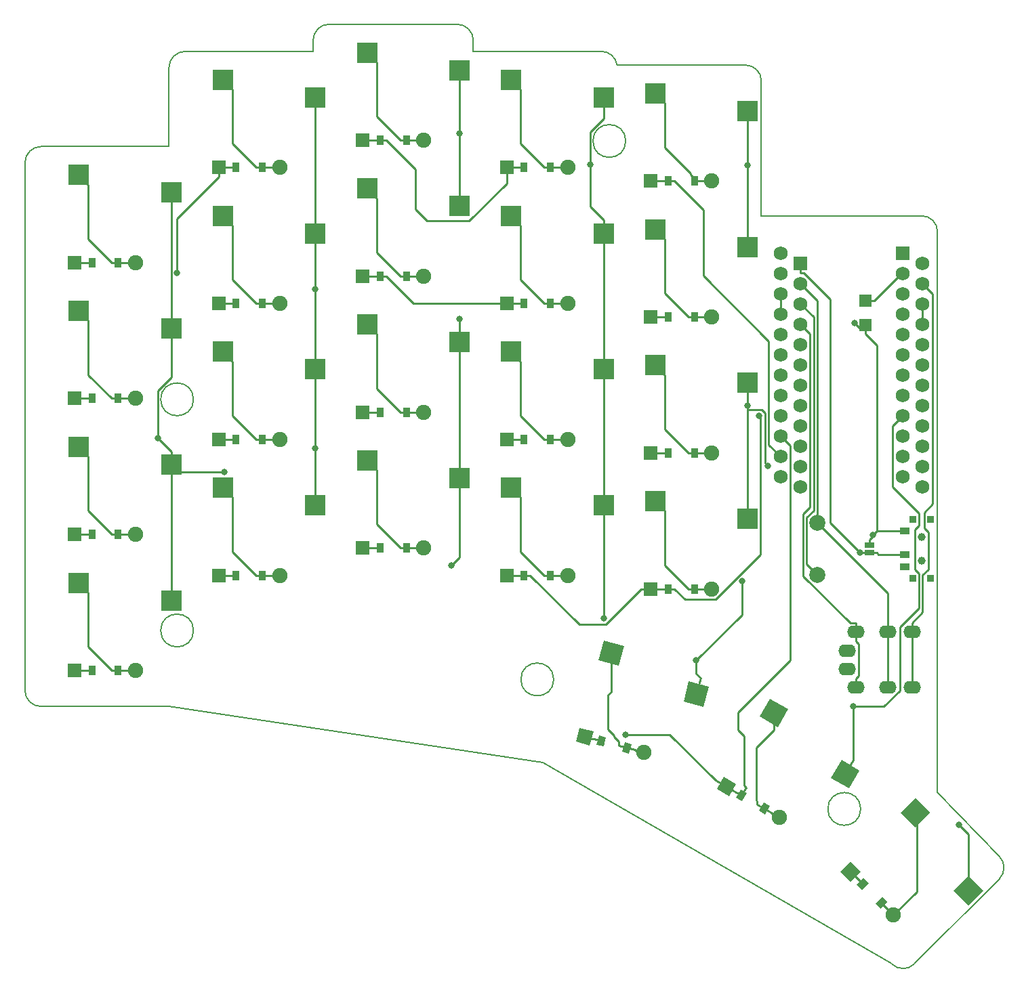
<source format=gbr>
G04 #@! TF.GenerationSoftware,KiCad,Pcbnew,5.1.5+dfsg1-2build2*
G04 #@! TF.CreationDate,2024-05-28T11:23:48+00:00*
G04 #@! TF.ProjectId,board,626f6172-642e-46b6-9963-61645f706362,0.3*
G04 #@! TF.SameCoordinates,Original*
G04 #@! TF.FileFunction,Copper,L2,Bot*
G04 #@! TF.FilePolarity,Positive*
%FSLAX46Y46*%
G04 Gerber Fmt 4.6, Leading zero omitted, Abs format (unit mm)*
G04 Created by KiCad (PCBNEW 5.1.5+dfsg1-2build2) date 2024-05-28 11:23:48*
%MOMM*%
%LPD*%
G04 APERTURE LIST*
G04 #@! TA.AperFunction,Profile*
%ADD10C,0.150000*%
G04 #@! TD*
G04 #@! TA.AperFunction,SMDPad,CuDef*
%ADD11R,2.600000X2.600000*%
G04 #@! TD*
G04 #@! TA.AperFunction,SMDPad,CuDef*
%ADD12C,0.350000*%
G04 #@! TD*
G04 #@! TA.AperFunction,SMDPad,CuDef*
%ADD13R,0.900000X1.200000*%
G04 #@! TD*
G04 #@! TA.AperFunction,ComponentPad*
%ADD14R,1.778000X1.778000*%
G04 #@! TD*
G04 #@! TA.AperFunction,ComponentPad*
%ADD15C,1.905000*%
G04 #@! TD*
G04 #@! TA.AperFunction,ComponentPad*
%ADD16C,0.350000*%
G04 #@! TD*
G04 #@! TA.AperFunction,ComponentPad*
%ADD17R,1.752600X1.752600*%
G04 #@! TD*
G04 #@! TA.AperFunction,ComponentPad*
%ADD18C,1.752600*%
G04 #@! TD*
G04 #@! TA.AperFunction,SMDPad,CuDef*
%ADD19R,1.500000X1.500000*%
G04 #@! TD*
G04 #@! TA.AperFunction,ComponentPad*
%ADD20O,2.200000X1.600000*%
G04 #@! TD*
G04 #@! TA.AperFunction,SMDPad,CuDef*
%ADD21R,1.143000X0.635000*%
G04 #@! TD*
G04 #@! TA.AperFunction,WasherPad*
%ADD22C,1.000000*%
G04 #@! TD*
G04 #@! TA.AperFunction,SMDPad,CuDef*
%ADD23R,1.250000X0.900000*%
G04 #@! TD*
G04 #@! TA.AperFunction,SMDPad,CuDef*
%ADD24R,0.900000X0.900000*%
G04 #@! TD*
G04 #@! TA.AperFunction,ComponentPad*
%ADD25C,2.000000*%
G04 #@! TD*
G04 #@! TA.AperFunction,ViaPad*
%ADD26C,0.800000*%
G04 #@! TD*
G04 #@! TA.AperFunction,Conductor*
%ADD27C,0.250000*%
G04 #@! TD*
G04 APERTURE END LIST*
D10*
X-8000000Y-9500000D02*
X8000000Y-9500000D01*
X-10000000Y-7500000D02*
X-10000000Y58500000D01*
X-8000000Y-9500000D02*
G75*
G02X-10000000Y-7500000I0J2000000D01*
G01*
X8000000Y60500000D02*
X-8000000Y60500000D01*
X-10000000Y58500000D02*
G75*
G02X-8000000Y60500000I2000000J0D01*
G01*
X26000000Y72400000D02*
X10000000Y72400000D01*
X8000000Y70400000D02*
G75*
G02X10000000Y72400000I2000000J0D01*
G01*
X8000000Y70400000D02*
X8000000Y60500000D01*
X46000000Y72400000D02*
X46000000Y73800000D01*
X44000000Y75800000D02*
G75*
G02X46000000Y73800000I0J-2000000D01*
G01*
X44000000Y75800000D02*
X28000000Y75800000D01*
X26000000Y73800000D02*
G75*
G02X28000000Y75800000I2000000J0D01*
G01*
X26000000Y73800000D02*
X26000000Y72400000D01*
X62000000Y72400000D02*
G75*
G02X63977391Y70699872I0J-2000000D01*
G01*
X62000000Y72400000D02*
X46000000Y72400000D01*
X82000000Y51850000D02*
X82000000Y68700000D01*
X80000000Y70700000D02*
G75*
G02X82000000Y68700000I0J-2000000D01*
G01*
X80000000Y70700000D02*
X64000000Y70700000D01*
X63977391Y70699872D02*
G75*
G02X64000000Y70700000I22609J-1999872D01*
G01*
X101117258Y-41686664D02*
G75*
G02X98288831Y-41686665I-1414214J1414213D01*
G01*
X101117258Y-41686665D02*
X111723860Y-31080063D01*
X111723859Y-28251637D02*
G75*
G02X111723859Y-31080063I-1414213J-1414213D01*
G01*
X104000000Y-20208734D02*
X111723860Y-28251636D01*
X98288831Y-41686665D02*
X54707107Y-16524745D01*
X54707107Y-16524745D02*
X8000000Y-9500000D01*
X104000000Y-20208734D02*
X104000000Y49850000D01*
X102000000Y51850000D02*
G75*
G02X104000000Y49850000I0J-2000000D01*
G01*
X102000000Y51850000D02*
X82000000Y51850000D01*
X11050000Y28900000D02*
G75*
G03X11050000Y28900000I-2050000J0D01*
G01*
X11050000Y0D02*
G75*
G03X11050000Y0I-2050000J0D01*
G01*
X65050000Y61200000D02*
G75*
G03X65050000Y61200000I-2050000J0D01*
G01*
X56050000Y-6120000D02*
G75*
G03X56050000Y-6120000I-2050000J0D01*
G01*
X94399134Y-22311939D02*
G75*
G03X94399134Y-22311939I-2050000J0D01*
G01*
D11*
G04 #@! TO.P,S1,1*
G04 #@! TO.N,pinky_bottom*
X-3275000Y5950000D03*
G04 #@! TO.P,S1,2*
G04 #@! TO.N,col_pinky*
X8275000Y3750000D03*
G04 #@! TD*
G04 #@! TO.P,S2,1*
G04 #@! TO.N,pinky_home*
X-3275000Y22950000D03*
G04 #@! TO.P,S2,2*
G04 #@! TO.N,col_pinky*
X8275000Y20750000D03*
G04 #@! TD*
G04 #@! TO.P,S3,1*
G04 #@! TO.N,pinky_top*
X-3275000Y39950000D03*
G04 #@! TO.P,S3,2*
G04 #@! TO.N,col_pinky*
X8275000Y37750000D03*
G04 #@! TD*
G04 #@! TO.P,S4,1*
G04 #@! TO.N,pinky_extra*
X-3275000Y56950000D03*
G04 #@! TO.P,S4,2*
G04 #@! TO.N,col_pinky*
X8275000Y54750000D03*
G04 #@! TD*
G04 #@! TO.P,S5,1*
G04 #@! TO.N,ring_bottom*
X14725000Y17850000D03*
G04 #@! TO.P,S5,2*
G04 #@! TO.N,col_ring*
X26275000Y15650000D03*
G04 #@! TD*
G04 #@! TO.P,S6,1*
G04 #@! TO.N,ring_home*
X14725000Y34850000D03*
G04 #@! TO.P,S6,2*
G04 #@! TO.N,col_ring*
X26275000Y32650000D03*
G04 #@! TD*
G04 #@! TO.P,S7,1*
G04 #@! TO.N,ring_top*
X14725000Y51850000D03*
G04 #@! TO.P,S7,2*
G04 #@! TO.N,col_ring*
X26275000Y49650000D03*
G04 #@! TD*
G04 #@! TO.P,S8,1*
G04 #@! TO.N,ring_extra*
X14725000Y68850000D03*
G04 #@! TO.P,S8,2*
G04 #@! TO.N,col_ring*
X26275000Y66650000D03*
G04 #@! TD*
G04 #@! TO.P,S9,1*
G04 #@! TO.N,middle_bottom*
X32725000Y21250000D03*
G04 #@! TO.P,S9,2*
G04 #@! TO.N,col_middle*
X44275000Y19050000D03*
G04 #@! TD*
G04 #@! TO.P,S10,1*
G04 #@! TO.N,middle_home*
X32725000Y38250000D03*
G04 #@! TO.P,S10,2*
G04 #@! TO.N,col_middle*
X44275000Y36050000D03*
G04 #@! TD*
G04 #@! TO.P,S11,1*
G04 #@! TO.N,middle_top*
X32725000Y55250000D03*
G04 #@! TO.P,S11,2*
G04 #@! TO.N,col_middle*
X44275000Y53050000D03*
G04 #@! TD*
G04 #@! TO.P,S12,1*
G04 #@! TO.N,middle_extra*
X32725000Y72250000D03*
G04 #@! TO.P,S12,2*
G04 #@! TO.N,col_middle*
X44275000Y70050000D03*
G04 #@! TD*
G04 #@! TO.P,S13,1*
G04 #@! TO.N,index_bottom*
X50725000Y17850000D03*
G04 #@! TO.P,S13,2*
G04 #@! TO.N,col_index*
X62275000Y15650000D03*
G04 #@! TD*
G04 #@! TO.P,S14,1*
G04 #@! TO.N,index_home*
X50725000Y34850000D03*
G04 #@! TO.P,S14,2*
G04 #@! TO.N,col_index*
X62275000Y32650000D03*
G04 #@! TD*
G04 #@! TO.P,S15,1*
G04 #@! TO.N,index_top*
X50725000Y51850000D03*
G04 #@! TO.P,S15,2*
G04 #@! TO.N,col_index*
X62275000Y49650000D03*
G04 #@! TD*
G04 #@! TO.P,S16,1*
G04 #@! TO.N,index_extra*
X50725000Y68850000D03*
G04 #@! TO.P,S16,2*
G04 #@! TO.N,col_index*
X62275000Y66650000D03*
G04 #@! TD*
G04 #@! TO.P,S17,1*
G04 #@! TO.N,inner_bottom*
X68725000Y16150000D03*
G04 #@! TO.P,S17,2*
G04 #@! TO.N,col_inner*
X80275000Y13950000D03*
G04 #@! TD*
G04 #@! TO.P,S18,1*
G04 #@! TO.N,inner_home*
X68725000Y33150000D03*
G04 #@! TO.P,S18,2*
G04 #@! TO.N,col_inner*
X80275000Y30950000D03*
G04 #@! TD*
G04 #@! TO.P,S19,1*
G04 #@! TO.N,inner_top*
X68725000Y50150000D03*
G04 #@! TO.P,S19,2*
G04 #@! TO.N,col_inner*
X80275000Y47950000D03*
G04 #@! TD*
G04 #@! TO.P,S20,1*
G04 #@! TO.N,inner_extra*
X68725000Y67150000D03*
G04 #@! TO.P,S20,2*
G04 #@! TO.N,col_inner*
X80275000Y64950000D03*
G04 #@! TD*
G04 #@! TA.AperFunction,SMDPad,CuDef*
D12*
G04 #@! TO.P,S21,1*
G04 #@! TO.N,near_thumb*
G36*
X61677698Y-3743348D02*
G01*
X62350627Y-1231941D01*
X64862034Y-1904870D01*
X64189105Y-4416277D01*
X61677698Y-3743348D01*
G37*
G04 #@! TD.AperFunction*
G04 #@! TA.AperFunction,SMDPad,CuDef*
G04 #@! TO.P,S21,2*
G04 #@! TO.N,col_middle*
G36*
X72264740Y-8857745D02*
G01*
X72937669Y-6346338D01*
X75449076Y-7019267D01*
X74776147Y-9530674D01*
X72264740Y-8857745D01*
G37*
G04 #@! TD.AperFunction*
G04 #@! TD*
G04 #@! TA.AperFunction,SMDPad,CuDef*
G04 #@! TO.P,S22,1*
G04 #@! TO.N,home_thumb*
G36*
X81793834Y-10782982D02*
G01*
X83093834Y-8531316D01*
X85345500Y-9831316D01*
X84045500Y-12082982D01*
X81793834Y-10782982D01*
G37*
G04 #@! TD.AperFunction*
G04 #@! TA.AperFunction,SMDPad,CuDef*
G04 #@! TO.P,S22,2*
G04 #@! TO.N,col_index*
G36*
X90696427Y-18463238D02*
G01*
X91996427Y-16211572D01*
X94248093Y-17511572D01*
X92948093Y-19763238D01*
X90696427Y-18463238D01*
G37*
G04 #@! TD.AperFunction*
G04 #@! TD*
G04 #@! TA.AperFunction,SMDPad,CuDef*
G04 #@! TO.P,S23,1*
G04 #@! TO.N,far_thumb*
G36*
X99402533Y-22789240D02*
G01*
X101241011Y-20950762D01*
X103079489Y-22789240D01*
X101241011Y-24627718D01*
X99402533Y-22789240D01*
G37*
G04 #@! TD.AperFunction*
G04 #@! TA.AperFunction,SMDPad,CuDef*
G04 #@! TO.P,S23,2*
G04 #@! TO.N,col_inner*
G36*
X106013981Y-32511958D02*
G01*
X107852459Y-30673480D01*
X109690937Y-32511958D01*
X107852459Y-34350436D01*
X106013981Y-32511958D01*
G37*
G04 #@! TD.AperFunction*
G04 #@! TD*
D13*
G04 #@! TO.P,D1,2*
G04 #@! TO.N,pinky_bottom*
X1650000Y-5000000D03*
G04 #@! TO.P,D1,1*
G04 #@! TO.N,row_bottom*
X-1650000Y-5000000D03*
D14*
X-3810000Y-5000000D03*
D15*
G04 #@! TO.P,D1,2*
G04 #@! TO.N,pinky_bottom*
X3810000Y-5000000D03*
G04 #@! TD*
D13*
G04 #@! TO.P,D2,2*
G04 #@! TO.N,pinky_home*
X1650000Y12000000D03*
G04 #@! TO.P,D2,1*
G04 #@! TO.N,row_home*
X-1650000Y12000000D03*
D14*
X-3810000Y12000000D03*
D15*
G04 #@! TO.P,D2,2*
G04 #@! TO.N,pinky_home*
X3810000Y12000000D03*
G04 #@! TD*
D13*
G04 #@! TO.P,D3,2*
G04 #@! TO.N,pinky_top*
X1650000Y29000000D03*
G04 #@! TO.P,D3,1*
G04 #@! TO.N,row_top*
X-1650000Y29000000D03*
D14*
X-3810000Y29000000D03*
D15*
G04 #@! TO.P,D3,2*
G04 #@! TO.N,pinky_top*
X3810000Y29000000D03*
G04 #@! TD*
D13*
G04 #@! TO.P,D4,2*
G04 #@! TO.N,pinky_extra*
X1650000Y46000000D03*
G04 #@! TO.P,D4,1*
G04 #@! TO.N,row_extra*
X-1650000Y46000000D03*
D14*
X-3810000Y46000000D03*
D15*
G04 #@! TO.P,D4,2*
G04 #@! TO.N,pinky_extra*
X3810000Y46000000D03*
G04 #@! TD*
D13*
G04 #@! TO.P,D5,2*
G04 #@! TO.N,ring_bottom*
X19650000Y6900000D03*
G04 #@! TO.P,D5,1*
G04 #@! TO.N,row_bottom*
X16350000Y6900000D03*
D14*
X14190000Y6900000D03*
D15*
G04 #@! TO.P,D5,2*
G04 #@! TO.N,ring_bottom*
X21810000Y6900000D03*
G04 #@! TD*
D13*
G04 #@! TO.P,D6,2*
G04 #@! TO.N,ring_home*
X19650000Y23900000D03*
G04 #@! TO.P,D6,1*
G04 #@! TO.N,row_home*
X16350000Y23900000D03*
D14*
X14190000Y23900000D03*
D15*
G04 #@! TO.P,D6,2*
G04 #@! TO.N,ring_home*
X21810000Y23900000D03*
G04 #@! TD*
D13*
G04 #@! TO.P,D7,2*
G04 #@! TO.N,ring_top*
X19650000Y40900000D03*
G04 #@! TO.P,D7,1*
G04 #@! TO.N,row_top*
X16350000Y40900000D03*
D14*
X14190000Y40900000D03*
D15*
G04 #@! TO.P,D7,2*
G04 #@! TO.N,ring_top*
X21810000Y40900000D03*
G04 #@! TD*
D13*
G04 #@! TO.P,D8,2*
G04 #@! TO.N,ring_extra*
X19650000Y57900000D03*
G04 #@! TO.P,D8,1*
G04 #@! TO.N,row_extra*
X16350000Y57900000D03*
D14*
X14190000Y57900000D03*
D15*
G04 #@! TO.P,D8,2*
G04 #@! TO.N,ring_extra*
X21810000Y57900000D03*
G04 #@! TD*
D13*
G04 #@! TO.P,D9,2*
G04 #@! TO.N,middle_bottom*
X37650000Y10300000D03*
G04 #@! TO.P,D9,1*
G04 #@! TO.N,row_bottom*
X34350000Y10300000D03*
D14*
X32190000Y10300000D03*
D15*
G04 #@! TO.P,D9,2*
G04 #@! TO.N,middle_bottom*
X39810000Y10300000D03*
G04 #@! TD*
D13*
G04 #@! TO.P,D10,2*
G04 #@! TO.N,middle_home*
X37650000Y27300000D03*
G04 #@! TO.P,D10,1*
G04 #@! TO.N,row_home*
X34350000Y27300000D03*
D14*
X32190000Y27300000D03*
D15*
G04 #@! TO.P,D10,2*
G04 #@! TO.N,middle_home*
X39810000Y27300000D03*
G04 #@! TD*
D13*
G04 #@! TO.P,D11,2*
G04 #@! TO.N,middle_top*
X37650000Y44300000D03*
G04 #@! TO.P,D11,1*
G04 #@! TO.N,row_top*
X34350000Y44300000D03*
D14*
X32190000Y44300000D03*
D15*
G04 #@! TO.P,D11,2*
G04 #@! TO.N,middle_top*
X39810000Y44300000D03*
G04 #@! TD*
D13*
G04 #@! TO.P,D12,2*
G04 #@! TO.N,middle_extra*
X37650000Y61300000D03*
G04 #@! TO.P,D12,1*
G04 #@! TO.N,row_extra*
X34350000Y61300000D03*
D14*
X32190000Y61300000D03*
D15*
G04 #@! TO.P,D12,2*
G04 #@! TO.N,middle_extra*
X39810000Y61300000D03*
G04 #@! TD*
D13*
G04 #@! TO.P,D13,2*
G04 #@! TO.N,index_bottom*
X55650000Y6900000D03*
G04 #@! TO.P,D13,1*
G04 #@! TO.N,row_bottom*
X52350000Y6900000D03*
D14*
X50190000Y6900000D03*
D15*
G04 #@! TO.P,D13,2*
G04 #@! TO.N,index_bottom*
X57810000Y6900000D03*
G04 #@! TD*
D13*
G04 #@! TO.P,D14,2*
G04 #@! TO.N,index_home*
X55650000Y23900000D03*
G04 #@! TO.P,D14,1*
G04 #@! TO.N,row_home*
X52350000Y23900000D03*
D14*
X50190000Y23900000D03*
D15*
G04 #@! TO.P,D14,2*
G04 #@! TO.N,index_home*
X57810000Y23900000D03*
G04 #@! TD*
D13*
G04 #@! TO.P,D15,2*
G04 #@! TO.N,index_top*
X55650000Y40900000D03*
G04 #@! TO.P,D15,1*
G04 #@! TO.N,row_top*
X52350000Y40900000D03*
D14*
X50190000Y40900000D03*
D15*
G04 #@! TO.P,D15,2*
G04 #@! TO.N,index_top*
X57810000Y40900000D03*
G04 #@! TD*
D13*
G04 #@! TO.P,D16,2*
G04 #@! TO.N,index_extra*
X55650000Y57900000D03*
G04 #@! TO.P,D16,1*
G04 #@! TO.N,row_extra*
X52350000Y57900000D03*
D14*
X50190000Y57900000D03*
D15*
G04 #@! TO.P,D16,2*
G04 #@! TO.N,index_extra*
X57810000Y57900000D03*
G04 #@! TD*
D13*
G04 #@! TO.P,D17,2*
G04 #@! TO.N,inner_bottom*
X73650000Y5200000D03*
G04 #@! TO.P,D17,1*
G04 #@! TO.N,row_bottom*
X70350000Y5200000D03*
D14*
X68190000Y5200000D03*
D15*
G04 #@! TO.P,D17,2*
G04 #@! TO.N,inner_bottom*
X75810000Y5200000D03*
G04 #@! TD*
D13*
G04 #@! TO.P,D18,2*
G04 #@! TO.N,inner_home*
X73650000Y22200000D03*
G04 #@! TO.P,D18,1*
G04 #@! TO.N,row_home*
X70350000Y22200000D03*
D14*
X68190000Y22200000D03*
D15*
G04 #@! TO.P,D18,2*
G04 #@! TO.N,inner_home*
X75810000Y22200000D03*
G04 #@! TD*
D13*
G04 #@! TO.P,D19,2*
G04 #@! TO.N,inner_top*
X73650000Y39200000D03*
G04 #@! TO.P,D19,1*
G04 #@! TO.N,row_top*
X70350000Y39200000D03*
D14*
X68190000Y39200000D03*
D15*
G04 #@! TO.P,D19,2*
G04 #@! TO.N,inner_top*
X75810000Y39200000D03*
G04 #@! TD*
D13*
G04 #@! TO.P,D20,2*
G04 #@! TO.N,inner_extra*
X73650000Y56200000D03*
G04 #@! TO.P,D20,1*
G04 #@! TO.N,row_extra*
X70350000Y56200000D03*
D14*
X68190000Y56200000D03*
D15*
G04 #@! TO.P,D20,2*
G04 #@! TO.N,inner_extra*
X75810000Y56200000D03*
G04 #@! TD*
G04 #@! TA.AperFunction,SMDPad,CuDef*
D12*
G04 #@! TO.P,D21,2*
G04 #@! TO.N,near_thumb*
G36*
X64603020Y-15138737D02*
G01*
X64913603Y-13979626D01*
X65782936Y-14212563D01*
X65472353Y-15371674D01*
X64603020Y-15138737D01*
G37*
G04 #@! TD.AperFunction*
G04 #@! TA.AperFunction,SMDPad,CuDef*
G04 #@! TO.P,D21,1*
G04 #@! TO.N,row_thumb*
G36*
X61415464Y-14284637D02*
G01*
X61726047Y-13125526D01*
X62595380Y-13358463D01*
X62284797Y-14517574D01*
X61415464Y-14284637D01*
G37*
G04 #@! TD.AperFunction*
G04 #@! TA.AperFunction,ComponentPad*
D16*
G36*
X58830225Y-13891116D02*
G01*
X59290405Y-12173700D01*
X61007821Y-12633880D01*
X60547641Y-14351296D01*
X58830225Y-13891116D01*
G37*
G04 #@! TD.AperFunction*
D15*
G04 #@! TO.P,D21,2*
G04 #@! TO.N,near_thumb*
X67279377Y-15234702D03*
G04 #@! TD*
G04 #@! TA.AperFunction,SMDPad,CuDef*
D12*
G04 #@! TO.P,D22,2*
G04 #@! TO.N,home_thumb*
G36*
X81670131Y-22547315D02*
G01*
X82270131Y-21508085D01*
X83049553Y-21958085D01*
X82449553Y-22997315D01*
X81670131Y-22547315D01*
G37*
G04 #@! TD.AperFunction*
G04 #@! TA.AperFunction,SMDPad,CuDef*
G04 #@! TO.P,D22,1*
G04 #@! TO.N,row_thumb*
G36*
X78812247Y-20897315D02*
G01*
X79412247Y-19858085D01*
X80191669Y-20308085D01*
X79591669Y-21347315D01*
X78812247Y-20897315D01*
G37*
G04 #@! TD.AperFunction*
G04 #@! TA.AperFunction,ComponentPad*
D16*
G36*
X76416946Y-19848097D02*
G01*
X77305946Y-18308303D01*
X78845740Y-19197303D01*
X77956740Y-20737097D01*
X76416946Y-19848097D01*
G37*
G04 #@! TD.AperFunction*
D15*
G04 #@! TO.P,D22,2*
G04 #@! TO.N,home_thumb*
X84230457Y-23332700D03*
G04 #@! TD*
G04 #@! TA.AperFunction,SMDPad,CuDef*
D12*
G04 #@! TO.P,D23,2*
G04 #@! TO.N,far_thumb*
G36*
X96238264Y-34120592D02*
G01*
X97086792Y-33272064D01*
X97723188Y-33908460D01*
X96874660Y-34756988D01*
X96238264Y-34120592D01*
G37*
G04 #@! TD.AperFunction*
G04 #@! TA.AperFunction,SMDPad,CuDef*
G04 #@! TO.P,D23,1*
G04 #@! TO.N,row_thumb*
G36*
X93904812Y-31787140D02*
G01*
X94753340Y-30938612D01*
X95389736Y-31575008D01*
X94541208Y-32423536D01*
X93904812Y-31787140D01*
G37*
G04 #@! TD.AperFunction*
G04 #@! TA.AperFunction,ComponentPad*
D16*
G36*
X91862687Y-30153723D02*
G01*
X93119923Y-28896487D01*
X94377159Y-30153723D01*
X93119923Y-31410959D01*
X91862687Y-30153723D01*
G37*
G04 #@! TD.AperFunction*
D15*
G04 #@! TO.P,D23,2*
G04 #@! TO.N,far_thumb*
X98508077Y-35541877D03*
G04 #@! TD*
D17*
G04 #@! TO.P,MCU1,1*
G04 #@! TO.N,RAW*
X99620000Y47170000D03*
D18*
G04 #@! TO.P,MCU1,2*
G04 #@! TO.N,GND*
X99620000Y44630000D03*
G04 #@! TO.P,MCU1,3*
G04 #@! TO.N,RST*
X99620000Y42090000D03*
G04 #@! TO.P,MCU1,4*
G04 #@! TO.N,VCC*
X99620000Y39550000D03*
G04 #@! TO.P,MCU1,5*
G04 #@! TO.N,P21*
X99620000Y37010000D03*
G04 #@! TO.P,MCU1,6*
G04 #@! TO.N,col_pinky*
X99620000Y34470000D03*
G04 #@! TO.P,MCU1,7*
G04 #@! TO.N,col_ring*
X99620000Y31930000D03*
G04 #@! TO.P,MCU1,8*
G04 #@! TO.N,col_middle*
X99620000Y29390000D03*
G04 #@! TO.P,MCU1,9*
G04 #@! TO.N,col_index*
X99620000Y26850000D03*
G04 #@! TO.P,MCU1,10*
G04 #@! TO.N,col_inner*
X99620000Y24310000D03*
G04 #@! TO.P,MCU1,11*
G04 #@! TO.N,P16*
X99620000Y21770000D03*
G04 #@! TO.P,MCU1,12*
G04 #@! TO.N,P10*
X99620000Y19230000D03*
G04 #@! TO.P,MCU1,13*
G04 #@! TO.N,P1*
X84380000Y47170000D03*
G04 #@! TO.P,MCU1,14*
G04 #@! TO.N,P0*
X84380000Y44630000D03*
G04 #@! TO.P,MCU1,15*
G04 #@! TO.N,GND*
X84380000Y42090000D03*
G04 #@! TO.P,MCU1,16*
X84380000Y39550000D03*
G04 #@! TO.P,MCU1,17*
G04 #@! TO.N,P2*
X84380000Y37010000D03*
G04 #@! TO.P,MCU1,18*
G04 #@! TO.N,P3*
X84380000Y34470000D03*
G04 #@! TO.P,MCU1,19*
G04 #@! TO.N,row_top*
X84380000Y31930000D03*
G04 #@! TO.P,MCU1,20*
G04 #@! TO.N,row_home*
X84380000Y29390000D03*
G04 #@! TO.P,MCU1,21*
G04 #@! TO.N,row_bottom*
X84380000Y26850000D03*
G04 #@! TO.P,MCU1,22*
G04 #@! TO.N,row_thumb*
X84380000Y24310000D03*
G04 #@! TO.P,MCU1,23*
G04 #@! TO.N,row_extra*
X84380000Y21770000D03*
G04 #@! TO.P,MCU1,24*
G04 #@! TO.N,P9*
X84380000Y19230000D03*
G04 #@! TD*
D17*
G04 #@! TO.P,MCU2,1*
G04 #@! TO.N,RAW*
X86880000Y45920000D03*
D18*
G04 #@! TO.P,MCU2,2*
G04 #@! TO.N,GND*
X86880000Y43380000D03*
G04 #@! TO.P,MCU2,3*
G04 #@! TO.N,RST*
X86880000Y40840000D03*
G04 #@! TO.P,MCU2,4*
G04 #@! TO.N,VCC*
X86880000Y38300000D03*
G04 #@! TO.P,MCU2,5*
G04 #@! TO.N,P21*
X86880000Y35760000D03*
G04 #@! TO.P,MCU2,6*
G04 #@! TO.N,P20*
X86880000Y33220000D03*
G04 #@! TO.P,MCU2,7*
G04 #@! TO.N,P19*
X86880000Y30680000D03*
G04 #@! TO.P,MCU2,8*
G04 #@! TO.N,P18*
X86880000Y28140000D03*
G04 #@! TO.P,MCU2,9*
G04 #@! TO.N,P15*
X86880000Y25600000D03*
G04 #@! TO.P,MCU2,10*
G04 #@! TO.N,P14*
X86880000Y23060000D03*
G04 #@! TO.P,MCU2,11*
G04 #@! TO.N,P16*
X86880000Y20520000D03*
G04 #@! TO.P,MCU2,12*
G04 #@! TO.N,P10*
X86880000Y17980000D03*
G04 #@! TO.P,MCU2,13*
G04 #@! TO.N,P1*
X102120000Y45920000D03*
G04 #@! TO.P,MCU2,14*
G04 #@! TO.N,P0*
X102120000Y43380000D03*
G04 #@! TO.P,MCU2,15*
G04 #@! TO.N,GND*
X102120000Y40840000D03*
G04 #@! TO.P,MCU2,16*
X102120000Y38300000D03*
G04 #@! TO.P,MCU2,17*
G04 #@! TO.N,P2*
X102120000Y35760000D03*
G04 #@! TO.P,MCU2,18*
G04 #@! TO.N,P3*
X102120000Y33220000D03*
G04 #@! TO.P,MCU2,19*
G04 #@! TO.N,P4*
X102120000Y30680000D03*
G04 #@! TO.P,MCU2,20*
G04 #@! TO.N,P5*
X102120000Y28140000D03*
G04 #@! TO.P,MCU2,21*
G04 #@! TO.N,P6*
X102120000Y25600000D03*
G04 #@! TO.P,MCU2,22*
G04 #@! TO.N,P7*
X102120000Y23060000D03*
G04 #@! TO.P,MCU2,23*
G04 #@! TO.N,P8*
X102120000Y20520000D03*
G04 #@! TO.P,MCU2,24*
G04 #@! TO.N,P9*
X102120000Y17980000D03*
G04 #@! TD*
D19*
G04 #@! TO.P,PAD1,1*
G04 #@! TO.N,Bplus*
X95000000Y38200000D03*
G04 #@! TD*
G04 #@! TO.P,PAD2,1*
G04 #@! TO.N,GND*
X95000000Y41200000D03*
G04 #@! TD*
D20*
G04 #@! TO.P,TRRS1,1*
G04 #@! TO.N,N/C*
X92700000Y-2500000D03*
G04 #@! TO.P,TRRS1,2*
G04 #@! TO.N,VCC*
X93800000Y-7100000D03*
G04 #@! TO.P,TRRS1,3*
G04 #@! TO.N,GND*
X97800000Y-7100000D03*
G04 #@! TO.P,TRRS1,4*
G04 #@! TO.N,P0*
X100800000Y-7100000D03*
G04 #@! TO.P,TRRS1,1*
G04 #@! TO.N,N/C*
X92700000Y-4800000D03*
G04 #@! TO.P,TRRS1,2*
G04 #@! TO.N,VCC*
X93800000Y-200000D03*
G04 #@! TO.P,TRRS1,3*
G04 #@! TO.N,GND*
X97800000Y-200000D03*
G04 #@! TO.P,TRRS1,4*
G04 #@! TO.N,P0*
X100800000Y-200000D03*
G04 #@! TD*
D21*
G04 #@! TO.P,J1,1*
G04 #@! TO.N,Bplus*
X95500000Y10700380D03*
G04 #@! TO.P,J1,2*
G04 #@! TO.N,RAW*
X95500000Y9699620D03*
G04 #@! TD*
D22*
G04 #@! TO.P,T1,*
G04 #@! TO.N,*
X102000000Y8700000D03*
X102000000Y11700000D03*
G04 #@! TD*
G04 #@! TO.P,T2,*
G04 #@! TO.N,*
X102000000Y8700000D03*
X102000000Y11700000D03*
D23*
G04 #@! TO.P,T2,1*
G04 #@! TO.N,Bplus*
X99925000Y12450000D03*
G04 #@! TO.P,T2,2*
G04 #@! TO.N,RAW*
X99925000Y9450000D03*
G04 #@! TO.P,T2,3*
G04 #@! TO.N,N/C*
X99925000Y7950000D03*
D24*
G04 #@! TO.P,T2,*
G04 #@! TO.N,*
X103100000Y6500000D03*
X100900000Y6500000D03*
X100900000Y13900000D03*
X103100000Y13900000D03*
G04 #@! TD*
D25*
G04 #@! TO.P,B1,2*
G04 #@! TO.N,GND*
X89000000Y13450000D03*
G04 #@! TO.P,B1,1*
G04 #@! TO.N,RST*
X89000000Y6950000D03*
G04 #@! TD*
D26*
G04 #@! TO.N,col_pinky*
X14914800Y19793700D03*
X6600100Y24050200D03*
G04 #@! TO.N,col_ring*
X26275000Y42703900D03*
X26275000Y22753000D03*
G04 #@! TO.N,col_middle*
X43252000Y8126700D03*
X44275000Y38910000D03*
X79593300Y6140200D03*
X44275000Y62103800D03*
X73856900Y-3766300D03*
G04 #@! TO.N,col_index*
X60587700Y58228800D03*
X62275000Y1511100D03*
X93502700Y-9519400D03*
G04 #@! TO.N,col_inner*
X82796200Y20561400D03*
X80275000Y58161300D03*
X80275000Y28120000D03*
X106674800Y-24270400D03*
G04 #@! TO.N,row_bottom*
X81714400Y26850000D03*
G04 #@! TO.N,row_extra*
X9000000Y44711700D03*
G04 #@! TO.N,row_thumb*
X65008900Y-13010300D03*
G04 #@! TO.N,RAW*
X94320400Y9699600D03*
G04 #@! TO.N,Bplus*
X93619700Y38448800D03*
X95921700Y11896600D03*
G04 #@! TD*
D27*
G04 #@! TO.N,pinky_bottom*
X1650000Y-5000000D02*
X874700Y-5000000D01*
X874700Y-5000000D02*
X-2078300Y-2047000D01*
X-2078300Y-2047000D02*
X-2078300Y4753300D01*
X-2078300Y4753300D02*
X-3275000Y5950000D01*
X3810000Y-5000000D02*
X1650000Y-5000000D01*
G04 #@! TO.N,col_pinky*
X8275000Y19793700D02*
X14914800Y19793700D01*
X8275000Y19793700D02*
X8275000Y3750000D01*
X8275000Y20750000D02*
X8275000Y19793700D01*
X8275000Y37750000D02*
X8275000Y39375300D01*
X8275000Y54750000D02*
X8275000Y53124700D01*
X8275000Y53124700D02*
X8274700Y53124400D01*
X8274700Y53124400D02*
X8274700Y39375600D01*
X8274700Y39375600D02*
X8275000Y39375300D01*
X6600100Y24050200D02*
X8275000Y22375300D01*
X8275000Y37750000D02*
X8275000Y31657700D01*
X8275000Y31657700D02*
X6600100Y29982800D01*
X6600100Y29982800D02*
X6600100Y24050200D01*
X8275000Y21256000D02*
X8275000Y20750000D01*
X8275000Y21256000D02*
X8275000Y22375300D01*
G04 #@! TO.N,pinky_home*
X1650000Y12000000D02*
X874700Y12000000D01*
X874700Y12000000D02*
X-2078300Y14953000D01*
X-2078300Y14953000D02*
X-2078300Y21753300D01*
X-2078300Y21753300D02*
X-3275000Y22950000D01*
X3810000Y12000000D02*
X1650000Y12000000D01*
G04 #@! TO.N,pinky_top*
X1650000Y29000000D02*
X874700Y29000000D01*
X874700Y29000000D02*
X-2078300Y31953000D01*
X-2078300Y31953000D02*
X-2078300Y38753300D01*
X-2078300Y38753300D02*
X-3275000Y39950000D01*
X3810000Y29000000D02*
X1650000Y29000000D01*
G04 #@! TO.N,pinky_extra*
X1650000Y46000000D02*
X874700Y46000000D01*
X874700Y46000000D02*
X-2078300Y48953000D01*
X-2078300Y48953000D02*
X-2078300Y55753300D01*
X-2078300Y55753300D02*
X-3275000Y56950000D01*
X3810000Y46000000D02*
X1650000Y46000000D01*
G04 #@! TO.N,ring_bottom*
X19650000Y6900000D02*
X18874700Y6900000D01*
X18874700Y6900000D02*
X15921700Y9853000D01*
X15921700Y9853000D02*
X15921700Y16653300D01*
X15921700Y16653300D02*
X14725000Y17850000D01*
X21810000Y6900000D02*
X19650000Y6900000D01*
G04 #@! TO.N,col_ring*
X26275000Y42703900D02*
X26275000Y32650000D01*
X26275000Y49650000D02*
X26275000Y42703900D01*
X26275000Y22753000D02*
X26275000Y15650000D01*
X26275000Y32650000D02*
X26275000Y22753000D01*
X26275000Y66650000D02*
X26275000Y49650000D01*
G04 #@! TO.N,ring_home*
X19650000Y23900000D02*
X18874700Y23900000D01*
X18874700Y23900000D02*
X15921700Y26853000D01*
X15921700Y26853000D02*
X15921700Y33653300D01*
X15921700Y33653300D02*
X14725000Y34850000D01*
X21810000Y23900000D02*
X19650000Y23900000D01*
G04 #@! TO.N,ring_top*
X19650000Y40900000D02*
X18874700Y40900000D01*
X18874700Y40900000D02*
X15921700Y43853000D01*
X15921700Y43853000D02*
X15921700Y50653300D01*
X15921700Y50653300D02*
X14725000Y51850000D01*
X21810000Y40900000D02*
X19650000Y40900000D01*
G04 #@! TO.N,ring_extra*
X19650000Y57900000D02*
X18874700Y57900000D01*
X18874700Y57900000D02*
X15921700Y60853000D01*
X15921700Y60853000D02*
X15921700Y67653300D01*
X15921700Y67653300D02*
X14725000Y68850000D01*
X21810000Y57900000D02*
X19650000Y57900000D01*
G04 #@! TO.N,middle_bottom*
X37650000Y10300000D02*
X36874700Y10300000D01*
X36874700Y10300000D02*
X33921700Y13253000D01*
X33921700Y13253000D02*
X33921700Y20053300D01*
X33921700Y20053300D02*
X32725000Y21250000D01*
X39810000Y10300000D02*
X37650000Y10300000D01*
G04 #@! TO.N,col_middle*
X44275000Y19050000D02*
X44275000Y9149700D01*
X44275000Y9149700D02*
X43252000Y8126700D01*
X44275000Y36050000D02*
X44275000Y19050000D01*
X44275000Y36050000D02*
X44275000Y38910000D01*
X79593300Y6140200D02*
X79593300Y1970100D01*
X79593300Y1970100D02*
X73856900Y-3766300D01*
X44275000Y62103800D02*
X44275000Y53050000D01*
X44275000Y70050000D02*
X44275000Y62103800D01*
X73856900Y-7938500D02*
X74390300Y-5947800D01*
X74390300Y-5947800D02*
X74390200Y-5947800D01*
X74390200Y-5947800D02*
X73856900Y-5414500D01*
X73856900Y-5414500D02*
X73856900Y-3766300D01*
G04 #@! TO.N,middle_home*
X37650000Y27300000D02*
X36874700Y27300000D01*
X36874700Y27300000D02*
X33921700Y30253000D01*
X33921700Y30253000D02*
X33921700Y37053300D01*
X33921700Y37053300D02*
X32725000Y38250000D01*
X39810000Y27300000D02*
X37650000Y27300000D01*
G04 #@! TO.N,middle_top*
X37650000Y44300000D02*
X36874700Y44300000D01*
X36874700Y44300000D02*
X33921700Y47253000D01*
X33921700Y47253000D02*
X33921700Y54053300D01*
X33921700Y54053300D02*
X32725000Y55250000D01*
X39810000Y44300000D02*
X37650000Y44300000D01*
G04 #@! TO.N,middle_extra*
X37650000Y61300000D02*
X36874700Y61300000D01*
X36874700Y61300000D02*
X33921700Y64253000D01*
X33921700Y64253000D02*
X33921700Y71053300D01*
X33921700Y71053300D02*
X32725000Y72250000D01*
X39810000Y61300000D02*
X37650000Y61300000D01*
G04 #@! TO.N,index_bottom*
X55650000Y6900000D02*
X54874700Y6900000D01*
X54874700Y6900000D02*
X51921700Y9853000D01*
X51921700Y9853000D02*
X51921700Y16653300D01*
X51921700Y16653300D02*
X50725000Y17850000D01*
X57810000Y6900000D02*
X55650000Y6900000D01*
G04 #@! TO.N,col_index*
X60587700Y58228800D02*
X60587700Y52962600D01*
X60587700Y52962600D02*
X62275000Y51275300D01*
X62275000Y66650000D02*
X62275000Y64011400D01*
X62275000Y64011400D02*
X60587700Y62324100D01*
X60587700Y62324100D02*
X60587700Y58228800D01*
X62275000Y15650000D02*
X62275000Y1511100D01*
X62275000Y32650000D02*
X62275000Y15650000D01*
X62275000Y49650000D02*
X62275000Y32650000D01*
X62275000Y50462700D02*
X62275000Y49650000D01*
X62275000Y50462700D02*
X62275000Y51275300D01*
X99620000Y26850000D02*
X98373400Y25603400D01*
X98373400Y25603400D02*
X98373400Y17920900D01*
X98373400Y17920900D02*
X101675400Y14618900D01*
X101675400Y14618900D02*
X101675400Y13124600D01*
X101675400Y13124600D02*
X101174600Y12623800D01*
X101174600Y12623800D02*
X101174600Y7645700D01*
X101174600Y7645700D02*
X101700200Y7120100D01*
X101700200Y7120100D02*
X101700200Y2800400D01*
X101700200Y2800400D02*
X99300000Y400200D01*
X99300000Y400200D02*
X99300000Y-7526600D01*
X99300000Y-7526600D02*
X97307200Y-9519400D01*
X97307200Y-9519400D02*
X93502700Y-9519400D01*
X93502700Y-16202700D02*
X93502700Y-9519400D01*
X92472300Y-17987400D02*
X93502700Y-16202700D01*
G04 #@! TO.N,index_home*
X55650000Y23900000D02*
X54874700Y23900000D01*
X54874700Y23900000D02*
X51921700Y26853000D01*
X51921700Y26853000D02*
X51921700Y33653300D01*
X51921700Y33653300D02*
X50725000Y34850000D01*
X57810000Y23900000D02*
X55650000Y23900000D01*
G04 #@! TO.N,index_top*
X55650000Y40900000D02*
X54874700Y40900000D01*
X54874700Y40900000D02*
X51921700Y43853000D01*
X51921700Y43853000D02*
X51921700Y50653300D01*
X51921700Y50653300D02*
X50725000Y51850000D01*
X57810000Y40900000D02*
X55650000Y40900000D01*
G04 #@! TO.N,index_extra*
X55650000Y57900000D02*
X54874700Y57900000D01*
X54874700Y57900000D02*
X51921700Y60853000D01*
X51921700Y60853000D02*
X51921700Y67653300D01*
X51921700Y67653300D02*
X50725000Y68850000D01*
X57810000Y57900000D02*
X55650000Y57900000D01*
G04 #@! TO.N,inner_bottom*
X73650000Y5200000D02*
X72874700Y5200000D01*
X72874700Y5200000D02*
X69921700Y8153000D01*
X69921700Y8153000D02*
X69921700Y14953300D01*
X69921700Y14953300D02*
X68725000Y16150000D01*
X75810000Y5200000D02*
X73650000Y5200000D01*
G04 #@! TO.N,col_inner*
X80275000Y27604200D02*
X80275000Y13950000D01*
X80275000Y28120000D02*
X80275000Y27604200D01*
X80275000Y27604200D02*
X82068200Y27604200D01*
X82068200Y27604200D02*
X82460900Y27211500D01*
X82460900Y27211500D02*
X82460900Y20896700D01*
X82460900Y20896700D02*
X82796200Y20561400D01*
X80275000Y58161300D02*
X80275000Y47950000D01*
X80275000Y64950000D02*
X80275000Y58161300D01*
X106674800Y-24270400D02*
X107852500Y-25448100D01*
X107852500Y-25448100D02*
X107852500Y-32512000D01*
X80275000Y30950000D02*
X80275000Y28120000D01*
G04 #@! TO.N,inner_home*
X73650000Y22200000D02*
X72874700Y22200000D01*
X72874700Y22200000D02*
X69921700Y25153000D01*
X69921700Y25153000D02*
X69921700Y31953300D01*
X69921700Y31953300D02*
X68725000Y33150000D01*
X75810000Y22200000D02*
X73650000Y22200000D01*
G04 #@! TO.N,inner_top*
X73650000Y39200000D02*
X72874700Y39200000D01*
X72874700Y39200000D02*
X69921700Y42153000D01*
X69921700Y42153000D02*
X69921700Y48953300D01*
X69921700Y48953300D02*
X68725000Y50150000D01*
X75810000Y39200000D02*
X73650000Y39200000D01*
G04 #@! TO.N,inner_extra*
X74730000Y56200000D02*
X73938400Y56200000D01*
X73938400Y56200000D02*
X73189800Y56948600D01*
X73189800Y56948600D02*
X73189800Y57125300D01*
X73189800Y57125300D02*
X69921700Y60393400D01*
X69921700Y60393400D02*
X69921700Y65953300D01*
X69921700Y65953300D02*
X68725000Y67150000D01*
X74730000Y56200000D02*
X73650000Y56200000D01*
X75810000Y56200000D02*
X74730000Y56200000D01*
G04 #@! TO.N,near_thumb*
X63269900Y-2824100D02*
X63269900Y-7663200D01*
X63269900Y-7663200D02*
X62850800Y-8082300D01*
X62850800Y-8082300D02*
X62850800Y-12333500D01*
X62850800Y-12333500D02*
X63620900Y-13103600D01*
X63620900Y-13103600D02*
X63620900Y-13310700D01*
X63620900Y-13310700D02*
X64204500Y-13894300D01*
X64204500Y-13894300D02*
X64204500Y-14410800D01*
X65193000Y-14675700D02*
X64204500Y-14410800D01*
X65193000Y-14675700D02*
X66181400Y-14940500D01*
X67279400Y-15234700D02*
X66475500Y-15234700D01*
X66475500Y-15234700D02*
X66181400Y-14940600D01*
X66181400Y-14940600D02*
X66181400Y-14940500D01*
G04 #@! TO.N,home_thumb*
X82359800Y-22252700D02*
X81473700Y-21741100D01*
X83569700Y-10307100D02*
X83569700Y-12469200D01*
X83569700Y-12469200D02*
X81371600Y-14667300D01*
X81371600Y-14667300D02*
X81371600Y-21264500D01*
X81371600Y-21264500D02*
X81473800Y-21366700D01*
X81473800Y-21366700D02*
X81473800Y-21741000D01*
X81473800Y-21741000D02*
X81473700Y-21741100D01*
X82359800Y-22252700D02*
X83246000Y-22764300D01*
X84230500Y-23332700D02*
X83814400Y-23332700D01*
X83814400Y-23332700D02*
X83246000Y-22764300D01*
G04 #@! TO.N,far_thumb*
X98508100Y-35541900D02*
X101406200Y-32643800D01*
X101406200Y-32643800D02*
X101406200Y-22954400D01*
X101406200Y-22954400D02*
X101241000Y-22789200D01*
X98508100Y-35541900D02*
X96980700Y-34014500D01*
G04 #@! TO.N,row_bottom*
X81714400Y26850000D02*
X81900400Y26664000D01*
X81900400Y26664000D02*
X81900400Y9473000D01*
X81900400Y9473000D02*
X76302900Y3875500D01*
X76302900Y3875500D02*
X72449800Y3875500D01*
X72449800Y3875500D02*
X71125300Y5200000D01*
X70350000Y5200000D02*
X71125300Y5200000D01*
X68190000Y5200000D02*
X66975700Y5200000D01*
X66975700Y5200000D02*
X66975700Y5124100D01*
X66975700Y5124100D02*
X62585400Y733800D01*
X62585400Y733800D02*
X59291500Y733800D01*
X59291500Y733800D02*
X53125300Y6900000D01*
X70350000Y5200000D02*
X68190000Y5200000D01*
X52350000Y6900000D02*
X53125300Y6900000D01*
X-1650000Y-5000000D02*
X-3810000Y-5000000D01*
X16350000Y6900000D02*
X14190000Y6900000D01*
X34350000Y10300000D02*
X32190000Y10300000D01*
X52350000Y6900000D02*
X50190000Y6900000D01*
G04 #@! TO.N,row_home*
X-1650000Y12000000D02*
X-3810000Y12000000D01*
X16350000Y23900000D02*
X14190000Y23900000D01*
X34350000Y27300000D02*
X32190000Y27300000D01*
X52350000Y23900000D02*
X50190000Y23900000D01*
X70350000Y22200000D02*
X68190000Y22200000D01*
G04 #@! TO.N,row_top*
X34350000Y44300000D02*
X35125300Y44300000D01*
X50190000Y40900000D02*
X38525300Y40900000D01*
X38525300Y40900000D02*
X35125300Y44300000D01*
X52350000Y40900000D02*
X50190000Y40900000D01*
X-1650000Y29000000D02*
X-3810000Y29000000D01*
X16350000Y40900000D02*
X14190000Y40900000D01*
X34350000Y44300000D02*
X32190000Y44300000D01*
X70350000Y39200000D02*
X68190000Y39200000D01*
G04 #@! TO.N,row_extra*
X84380000Y21770000D02*
X82911200Y23238800D01*
X82911200Y23238800D02*
X82911200Y36173800D01*
X82911200Y36173800D02*
X74759400Y44325600D01*
X74759400Y44325600D02*
X74759400Y52565900D01*
X74759400Y52565900D02*
X71125300Y56200000D01*
X14190000Y56685700D02*
X9000000Y51495700D01*
X9000000Y51495700D02*
X9000000Y44711700D01*
X14190000Y57900000D02*
X14190000Y56685700D01*
X16350000Y57900000D02*
X14190000Y57900000D01*
X50190000Y57900000D02*
X50190000Y55877900D01*
X50190000Y55877900D02*
X45504100Y51192000D01*
X45504100Y51192000D02*
X40246300Y51192000D01*
X40246300Y51192000D02*
X38759400Y52678900D01*
X38759400Y52678900D02*
X38759400Y57665900D01*
X38759400Y57665900D02*
X35125300Y61300000D01*
X34350000Y61300000D02*
X35125300Y61300000D01*
X52350000Y57900000D02*
X50190000Y57900000D01*
X70350000Y56200000D02*
X71125300Y56200000D01*
X-1650000Y46000000D02*
X-3810000Y46000000D01*
X34350000Y61300000D02*
X32190000Y61300000D01*
X70350000Y56200000D02*
X68190000Y56200000D01*
G04 #@! TO.N,row_thumb*
X65008900Y-13010300D02*
X70555400Y-13010300D01*
X70555400Y-13010300D02*
X76297900Y-18752800D01*
X77631300Y-19522700D02*
X76297900Y-18752800D01*
X77631300Y-19522700D02*
X78964700Y-20292600D01*
X78964700Y-20292600D02*
X78964800Y-20292500D01*
X78964800Y-20292500D02*
X79191800Y-20292500D01*
X79191800Y-20292500D02*
X79502000Y-20602700D01*
X79502000Y-20602700D02*
X80068500Y-19621400D01*
X93119900Y-30153700D02*
X94647300Y-31681100D01*
X62005400Y-13821500D02*
X61017000Y-13556700D01*
X61017000Y-13556700D02*
X60213200Y-13556700D01*
X60213200Y-13556700D02*
X59919000Y-13262500D01*
X84380000Y24310000D02*
X85606500Y23083500D01*
X85606500Y23083500D02*
X85606500Y-3762300D01*
X85606500Y-3762300D02*
X79102500Y-10266300D01*
X79102500Y-10266300D02*
X79102500Y-12433600D01*
X79102500Y-12433600D02*
X79868200Y-13199300D01*
X79868200Y-13199300D02*
X79868200Y-19421100D01*
X79868200Y-19421100D02*
X80068500Y-19621400D01*
G04 #@! TO.N,RAW*
X94320400Y9699600D02*
X90559000Y13461000D01*
X90559000Y13461000D02*
X90559000Y41414900D01*
X90559000Y41414900D02*
X87255500Y44718400D01*
X87255500Y44718400D02*
X86880000Y44718400D01*
X94603200Y9699600D02*
X94320400Y9699600D01*
X86880000Y45920000D02*
X86880000Y44718400D01*
X95500000Y9699600D02*
X94603200Y9699600D01*
X95500000Y9699600D02*
X96396800Y9699600D01*
X99925000Y9450000D02*
X96646400Y9450000D01*
X96646400Y9450000D02*
X96396800Y9699600D01*
G04 #@! TO.N,GND*
X86880000Y43380000D02*
X89000000Y41260000D01*
X89000000Y41260000D02*
X89000000Y13450000D01*
X84380000Y39550000D02*
X84380000Y42090000D01*
X102120000Y38300000D02*
X102120000Y40840000D01*
X95000000Y41200000D02*
X96075300Y41200000D01*
X96075300Y41200000D02*
X99505300Y44630000D01*
X99505300Y44630000D02*
X99620000Y44630000D01*
X89000000Y13450000D02*
X97800000Y4650000D01*
X97800000Y4650000D02*
X97800000Y-200000D01*
X97800000Y-200000D02*
X97800000Y-7100000D01*
G04 #@! TO.N,RST*
X86880000Y40840000D02*
X88538600Y39181400D01*
X88538600Y39181400D02*
X88538600Y15007300D01*
X88538600Y15007300D02*
X87663100Y14131800D01*
X87663100Y14131800D02*
X87663100Y8286900D01*
X87663100Y8286900D02*
X89000000Y6950000D01*
G04 #@! TO.N,VCC*
X86880000Y38300000D02*
X88088200Y37091800D01*
X88088200Y37091800D02*
X88088200Y15418800D01*
X88088200Y15418800D02*
X87212800Y14543400D01*
X87212800Y14543400D02*
X87212800Y6809200D01*
X87212800Y6809200D02*
X93096700Y925300D01*
X93096700Y925300D02*
X93800000Y925300D01*
X93800000Y-200000D02*
X93800000Y925300D01*
X93800000Y-762600D02*
X93800000Y-200000D01*
X93800000Y-762600D02*
X93800000Y-1325300D01*
X93800000Y-7100000D02*
X93800000Y-5974700D01*
X93800000Y-1325300D02*
X94128100Y-1653400D01*
X94128100Y-1653400D02*
X94128100Y-5646600D01*
X94128100Y-5646600D02*
X93800000Y-5974700D01*
G04 #@! TO.N,P0*
X100800000Y-200000D02*
X100800000Y925300D01*
X100800000Y925300D02*
X102150600Y2275900D01*
X102150600Y2275900D02*
X102150600Y6938300D01*
X102150600Y6938300D02*
X102860700Y7648400D01*
X102860700Y7648400D02*
X102860700Y12251200D01*
X102860700Y12251200D02*
X102324600Y12787300D01*
X102324600Y12787300D02*
X102324600Y14729800D01*
X102324600Y14729800D02*
X103387400Y15792600D01*
X103387400Y15792600D02*
X103387400Y42112600D01*
X103387400Y42112600D02*
X102120000Y43380000D01*
X100800000Y-7100000D02*
X100800000Y-200000D01*
G04 #@! TO.N,Bplus*
X95000000Y37662400D02*
X94406100Y37662400D01*
X94406100Y37662400D02*
X93619700Y38448800D01*
X95000000Y37662400D02*
X95000000Y37124700D01*
X95000000Y38200000D02*
X95000000Y37662400D01*
X96475100Y12450000D02*
X95921700Y11896600D01*
X99925000Y12450000D02*
X96475100Y12450000D01*
X96475100Y12450000D02*
X96475100Y35649600D01*
X96475100Y35649600D02*
X95000000Y37124700D01*
X95500000Y11343200D02*
X95921700Y11764900D01*
X95921700Y11764900D02*
X95921700Y11896600D01*
X95500000Y10700400D02*
X95500000Y11343200D01*
G04 #@! TD*
M02*

</source>
